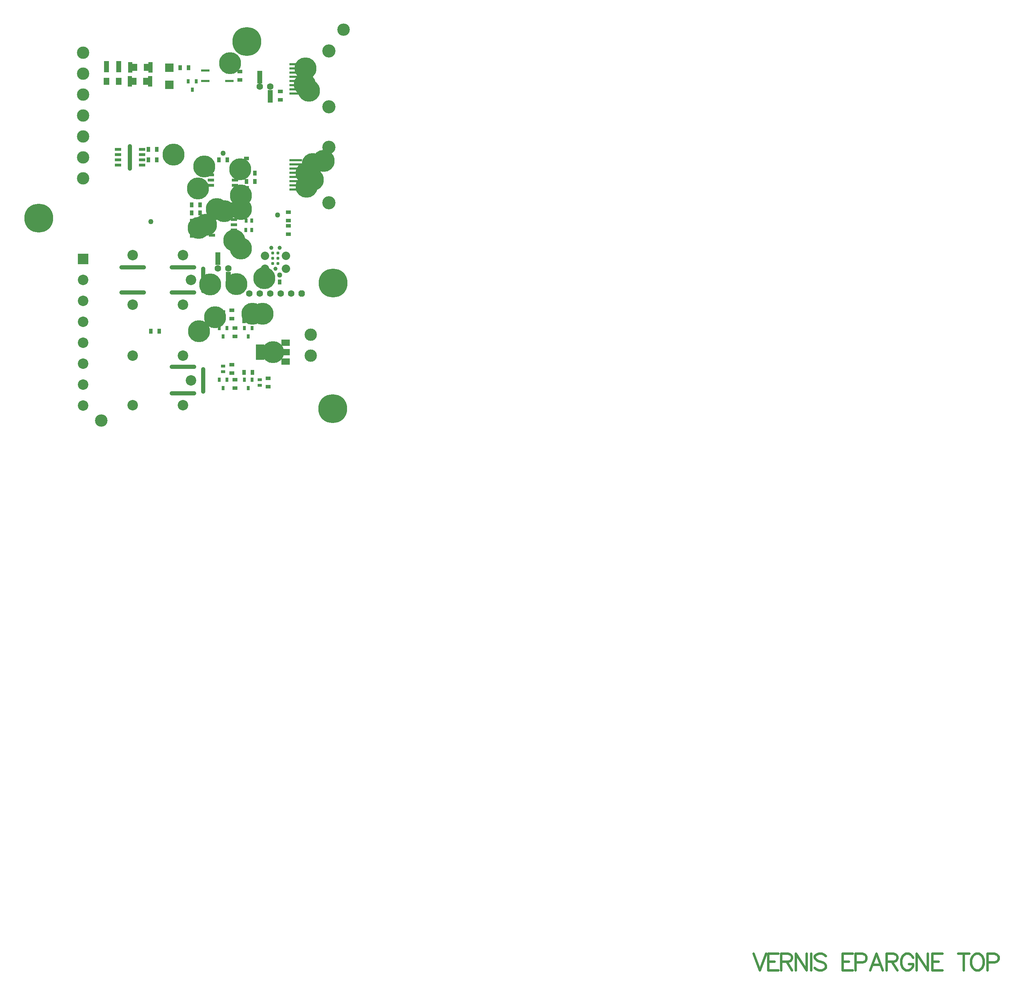
<source format=gts>
G04*
G04 #@! TF.GenerationSoftware,Altium Limited,Altium Designer,18.1.6 (161)*
G04*
G04 Layer_Color=8388736*
%FSLAX25Y25*%
%MOIN*%
G70*
G01*
G75*
%ADD11C,0.02362*%
%ADD20R,0.02854X0.04000*%
%ADD21R,0.05000X0.03500*%
%ADD22R,0.05000X0.12205*%
%ADD23R,0.12008X0.02362*%
%ADD24R,0.08465X0.02362*%
%ADD25R,0.04000X0.02854*%
%ADD26C,0.03100*%
%ADD27R,0.08000X0.15000*%
%ADD28R,0.08000X0.06000*%
%ADD29R,0.03000X0.04000*%
%ADD30R,0.05910X0.03030*%
%ADD31R,0.06000X0.02500*%
%ADD32R,0.03500X0.05000*%
%ADD33R,0.05000X0.11023*%
%ADD35R,0.08000X0.08000*%
%ADD36R,0.05315X0.07087*%
%ADD37R,0.04000X0.09843*%
%ADD38O,0.11874X0.11811*%
%ADD39O,0.04000X0.25600*%
%ADD40O,0.25600X0.04000*%
%ADD41C,0.27559*%
%ADD42C,0.12598*%
%ADD43C,0.11811*%
%ADD44C,0.08000*%
%ADD45C,0.03900*%
%ADD46C,0.10000*%
%ADD47R,0.10000X0.10000*%
%ADD48C,0.06300*%
%ADD49P,0.06819X8X202.5*%
%ADD50C,0.05000*%
%ADD51C,0.21000*%
D11*
X705180Y-501454D02*
X711178Y-517198D01*
X717175Y-501454D02*
X711178Y-517198D01*
X728946Y-501454D02*
X719200D01*
Y-517198D01*
X728946D01*
X719200Y-508951D02*
X725198D01*
X731571Y-501454D02*
Y-517198D01*
Y-501454D02*
X738318D01*
X740568Y-502204D01*
X741317Y-502953D01*
X742067Y-504453D01*
Y-505952D01*
X741317Y-507452D01*
X740568Y-508202D01*
X738318Y-508951D01*
X731571D01*
X736819D02*
X742067Y-517198D01*
X745591Y-501454D02*
Y-517198D01*
Y-501454D02*
X756087Y-517198D01*
Y-501454D02*
Y-517198D01*
X760436Y-501454D02*
Y-517198D01*
X774231Y-503703D02*
X772732Y-502204D01*
X770482Y-501454D01*
X767484D01*
X765234Y-502204D01*
X763735Y-503703D01*
Y-505202D01*
X764485Y-506702D01*
X765234Y-507452D01*
X766734Y-508202D01*
X771232Y-509701D01*
X772732Y-510451D01*
X773481Y-511201D01*
X774231Y-512700D01*
Y-514949D01*
X772732Y-516449D01*
X770482Y-517198D01*
X767484D01*
X765234Y-516449D01*
X763735Y-514949D01*
X799872Y-501454D02*
X790126D01*
Y-517198D01*
X799872D01*
X790126Y-508951D02*
X796124D01*
X802497Y-509701D02*
X809244D01*
X811493Y-508951D01*
X812243Y-508202D01*
X812993Y-506702D01*
Y-504453D01*
X812243Y-502953D01*
X811493Y-502204D01*
X809244Y-501454D01*
X802497D01*
Y-517198D01*
X828513D02*
X822515Y-501454D01*
X816517Y-517198D01*
X818766Y-511950D02*
X826264D01*
X832187Y-501454D02*
Y-517198D01*
Y-501454D02*
X838934D01*
X841183Y-502204D01*
X841933Y-502953D01*
X842683Y-504453D01*
Y-505952D01*
X841933Y-507452D01*
X841183Y-508202D01*
X838934Y-508951D01*
X832187D01*
X837435D02*
X842683Y-517198D01*
X857453Y-505202D02*
X856703Y-503703D01*
X855204Y-502204D01*
X853704Y-501454D01*
X850705D01*
X849206Y-502204D01*
X847706Y-503703D01*
X846957Y-505202D01*
X846207Y-507452D01*
Y-511201D01*
X846957Y-513450D01*
X847706Y-514949D01*
X849206Y-516449D01*
X850705Y-517198D01*
X853704D01*
X855204Y-516449D01*
X856703Y-514949D01*
X857453Y-513450D01*
Y-511201D01*
X853704D02*
X857453D01*
X861052Y-501454D02*
Y-517198D01*
Y-501454D02*
X871548Y-517198D01*
Y-501454D02*
Y-517198D01*
X885643Y-501454D02*
X875897D01*
Y-517198D01*
X885643D01*
X875897Y-508951D02*
X881895D01*
X905886Y-501454D02*
Y-517198D01*
X900638Y-501454D02*
X911135D01*
X917507D02*
X916008Y-502204D01*
X914509Y-503703D01*
X913759Y-505202D01*
X913009Y-507452D01*
Y-511201D01*
X913759Y-513450D01*
X914509Y-514949D01*
X916008Y-516449D01*
X917507Y-517198D01*
X920506D01*
X922006Y-516449D01*
X923505Y-514949D01*
X924255Y-513450D01*
X925005Y-511201D01*
Y-507452D01*
X924255Y-505202D01*
X923505Y-503703D01*
X922006Y-502204D01*
X920506Y-501454D01*
X917507D01*
X928679Y-509701D02*
X935426D01*
X937676Y-508951D01*
X938425Y-508202D01*
X939175Y-506702D01*
Y-504453D01*
X938425Y-502953D01*
X937676Y-502204D01*
X935426Y-501454D01*
X928679D01*
Y-517198D01*
D20*
X220783Y198500D02*
D03*
X226217D02*
D03*
X220701Y189551D02*
D03*
X226134D02*
D03*
D21*
X215000Y333000D02*
D03*
Y341000D02*
D03*
X207417Y53051D02*
D03*
Y61051D02*
D03*
X221417Y230051D02*
D03*
Y222051D02*
D03*
X261417Y193551D02*
D03*
Y185551D02*
D03*
X210417Y46551D02*
D03*
Y38551D02*
D03*
X207417Y105051D02*
D03*
Y113051D02*
D03*
X261417Y206551D02*
D03*
Y198551D02*
D03*
X241917Y48051D02*
D03*
Y40051D02*
D03*
X210417Y96051D02*
D03*
Y88051D02*
D03*
X177354Y236030D02*
D03*
Y244030D02*
D03*
X221354Y258030D02*
D03*
Y250030D02*
D03*
X253500Y314000D02*
D03*
Y322000D02*
D03*
D22*
X244000Y317248D02*
D03*
X234000Y335752D02*
D03*
X193936Y162252D02*
D03*
X203936Y143748D02*
D03*
D23*
X268149Y320044D02*
D03*
Y324044D02*
D03*
Y328044D02*
D03*
Y332044D02*
D03*
Y336044D02*
D03*
Y340044D02*
D03*
Y344044D02*
D03*
Y348044D02*
D03*
X268137Y228182D02*
D03*
Y232182D02*
D03*
Y236182D02*
D03*
Y240182D02*
D03*
Y244182D02*
D03*
Y248182D02*
D03*
Y252182D02*
D03*
Y256182D02*
D03*
D24*
X204917Y332000D02*
D03*
Y342000D02*
D03*
X182083Y332000D02*
D03*
Y342000D02*
D03*
D25*
X198917Y54335D02*
D03*
Y59768D02*
D03*
Y106335D02*
D03*
Y111768D02*
D03*
X233917Y46768D02*
D03*
Y41335D02*
D03*
D26*
X251417Y157551D02*
D03*
X246417D02*
D03*
Y162551D02*
D03*
Y167551D02*
D03*
X251417Y162551D02*
D03*
Y167551D02*
D03*
D27*
X234167Y72940D02*
D03*
D28*
X258667Y82060D02*
D03*
Y73000D02*
D03*
Y63940D02*
D03*
D29*
X222917Y38551D02*
D03*
X226667Y46551D02*
D03*
X219167D02*
D03*
X198917Y38551D02*
D03*
X202667Y46551D02*
D03*
X195167D02*
D03*
X169500Y323500D02*
D03*
X173250Y331500D02*
D03*
X165750D02*
D03*
X198917Y88051D02*
D03*
X202667Y96051D02*
D03*
X195167D02*
D03*
X222917Y88051D02*
D03*
X226667Y96051D02*
D03*
X219167D02*
D03*
D30*
X98500Y266551D02*
D03*
Y261551D02*
D03*
Y256551D02*
D03*
Y251551D02*
D03*
X121500D02*
D03*
Y256551D02*
D03*
Y261551D02*
D03*
Y266551D02*
D03*
X187436Y247479D02*
D03*
Y242479D02*
D03*
Y237479D02*
D03*
Y232479D02*
D03*
X210436D02*
D03*
Y237479D02*
D03*
Y242479D02*
D03*
Y247479D02*
D03*
D31*
X188417Y214551D02*
D03*
Y209551D02*
D03*
Y204551D02*
D03*
Y199551D02*
D03*
Y194551D02*
D03*
Y189551D02*
D03*
Y184551D02*
D03*
X209417Y194551D02*
D03*
Y199551D02*
D03*
Y204551D02*
D03*
Y209551D02*
D03*
Y214551D02*
D03*
Y184551D02*
D03*
Y189551D02*
D03*
D32*
X137917Y93051D02*
D03*
X129917D02*
D03*
X218917Y53551D02*
D03*
X226917D02*
D03*
X221354Y244030D02*
D03*
X229354D02*
D03*
X221354Y236030D02*
D03*
X229354D02*
D03*
X177000Y184551D02*
D03*
X169000D02*
D03*
X176917Y198051D02*
D03*
X168917D02*
D03*
X176917Y206051D02*
D03*
X168917D02*
D03*
X218917Y103051D02*
D03*
X226917D02*
D03*
X158000Y344500D02*
D03*
X166000D02*
D03*
X168917Y213551D02*
D03*
X176917D02*
D03*
X253000Y140000D02*
D03*
X245000D02*
D03*
X202854Y256530D02*
D03*
X194854D02*
D03*
X135500Y266500D02*
D03*
X127500D02*
D03*
Y256500D02*
D03*
X135500D02*
D03*
D33*
X99405Y345500D02*
D03*
X87595D02*
D03*
D35*
X147500Y344770D02*
D03*
Y328230D02*
D03*
D36*
X87693Y331500D02*
D03*
X99307D02*
D03*
X113693D02*
D03*
X125307D02*
D03*
X114193Y345000D02*
D03*
X125807D02*
D03*
D37*
X109854Y331500D02*
D03*
X129146D02*
D03*
X110354Y345000D02*
D03*
X129646D02*
D03*
D38*
X82500Y7500D02*
D03*
X314000Y381000D02*
D03*
D39*
X180000Y46000D02*
D03*
Y142000D02*
D03*
X110000Y259000D02*
D03*
D40*
X160500Y33500D02*
D03*
Y59000D02*
D03*
Y154000D02*
D03*
Y130000D02*
D03*
X112500D02*
D03*
Y154000D02*
D03*
D41*
X221500Y369500D02*
D03*
X304000Y139000D02*
D03*
X23000Y201000D02*
D03*
X303500Y19000D02*
D03*
D42*
X300004Y268757D02*
D03*
Y215607D02*
D03*
X300016Y360619D02*
D03*
Y307469D02*
D03*
D43*
X65417Y319051D02*
D03*
Y339051D02*
D03*
Y359051D02*
D03*
Y299051D02*
D03*
Y279051D02*
D03*
Y259051D02*
D03*
Y239051D02*
D03*
X282500Y89500D02*
D03*
Y69500D02*
D03*
D44*
X258917Y165051D02*
D03*
X238917D02*
D03*
X258917Y152551D02*
D03*
X238917D02*
D03*
D45*
X248917D02*
D03*
X244917Y172551D02*
D03*
X252917D02*
D03*
D46*
X160543Y118429D02*
D03*
X112513D02*
D03*
X160543Y165673D02*
D03*
X112513D02*
D03*
X168417Y142051D02*
D03*
X65354Y141929D02*
D03*
Y121929D02*
D03*
Y101929D02*
D03*
Y81929D02*
D03*
Y61929D02*
D03*
Y41929D02*
D03*
Y21929D02*
D03*
X160543Y22429D02*
D03*
X112513D02*
D03*
X160543Y69673D02*
D03*
X112513D02*
D03*
X168417Y46051D02*
D03*
D47*
X65354Y161929D02*
D03*
D48*
X254000Y129000D02*
D03*
X264000D02*
D03*
X244000D02*
D03*
X234000D02*
D03*
X224000D02*
D03*
X193936Y153000D02*
D03*
X203936D02*
D03*
X244000Y326500D02*
D03*
X234000D02*
D03*
D49*
X274000Y129000D02*
D03*
D50*
X253000Y146500D02*
D03*
X199000Y263000D02*
D03*
X251000Y204000D02*
D03*
X130000Y197500D02*
D03*
D51*
X277000Y328500D02*
D03*
X182500Y194500D02*
D03*
X278500Y231000D02*
D03*
X281000Y322500D02*
D03*
X215934Y172034D02*
D03*
X209500Y179500D02*
D03*
X284500Y237522D02*
D03*
X151500Y261500D02*
D03*
X186500Y137500D02*
D03*
X200000Y207500D02*
D03*
X238127Y143506D02*
D03*
X215173Y247530D02*
D03*
X192992Y209551D02*
D03*
X211500Y138000D02*
D03*
X174936Y229479D02*
D03*
X175500Y191500D02*
D03*
X180854Y250479D02*
D03*
X175949Y93051D02*
D03*
X246500Y72940D02*
D03*
X236583Y109488D02*
D03*
X191278Y106335D02*
D03*
X226917Y109500D02*
D03*
X295000Y255500D02*
D03*
X215917Y209551D02*
D03*
X216000Y222500D02*
D03*
X284681Y252500D02*
D03*
X278500Y244000D02*
D03*
X277500Y344000D02*
D03*
X205500Y349000D02*
D03*
M02*

</source>
